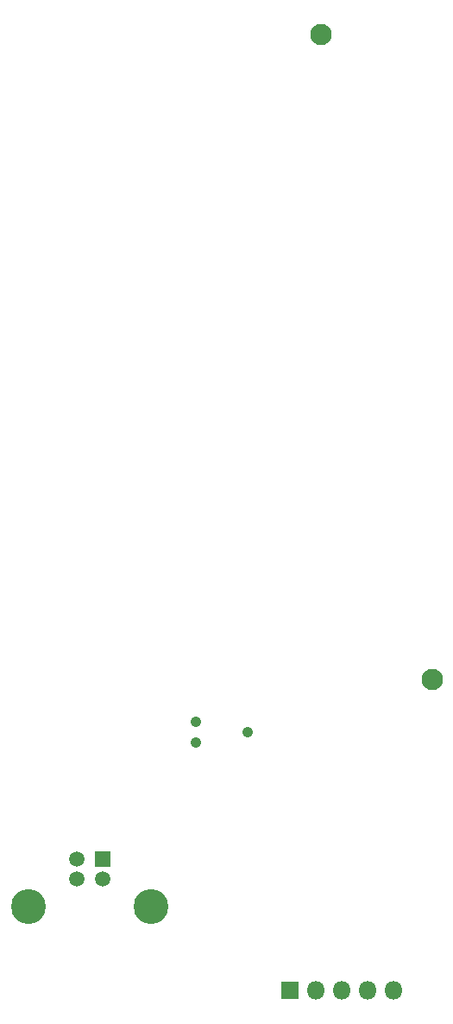
<source format=gbr>
%TF.GenerationSoftware,KiCad,Pcbnew,5.1.6-1.fc32*%
%TF.CreationDate,2020-11-21T02:42:39+01:00*%
%TF.ProjectId,christmas-card,63687269-7374-46d6-9173-2d636172642e,rev?*%
%TF.SameCoordinates,Original*%
%TF.FileFunction,Soldermask,Bot*%
%TF.FilePolarity,Negative*%
%FSLAX46Y46*%
G04 Gerber Fmt 4.6, Leading zero omitted, Abs format (unit mm)*
G04 Created by KiCad (PCBNEW 5.1.6-1.fc32) date 2020-11-21 02:42:39*
%MOMM*%
%LPD*%
G01*
G04 APERTURE LIST*
%ADD10C,2.100000*%
%ADD11C,3.416000*%
%ADD12C,1.508000*%
%ADD13R,1.508000X1.508000*%
%ADD14O,1.800000X1.800000*%
%ADD15R,1.800000X1.800000*%
%ADD16C,1.049960*%
G04 APERTURE END LIST*
D10*
%TO.C,TP4*%
X152300000Y-137100000D03*
%TD*%
%TO.C,TP1*%
X141400000Y-73900000D03*
%TD*%
D11*
%TO.C,J2*%
X124720000Y-159400000D03*
X112680000Y-159400000D03*
D12*
X119950000Y-156700000D03*
X117450000Y-156700000D03*
X117450000Y-154700000D03*
D13*
X119950000Y-154700000D03*
%TD*%
D14*
%TO.C,J3*%
X148560000Y-167600000D03*
X146020000Y-167600000D03*
X143480000Y-167600000D03*
X140940000Y-167600000D03*
D15*
X138400000Y-167600000D03*
%TD*%
D16*
%TO.C,J1*%
X129120000Y-141284000D03*
X129120000Y-143316000D03*
X134200000Y-142300000D03*
%TD*%
M02*

</source>
